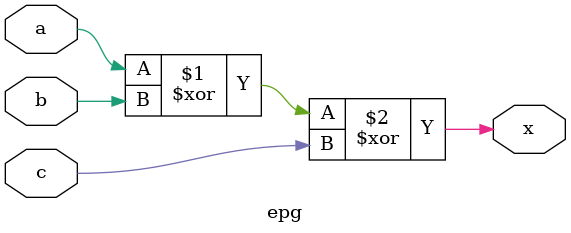
<source format=v>
module epg(input a,b,c,output x);
assign x=(a^b^c);
endmodule

</source>
